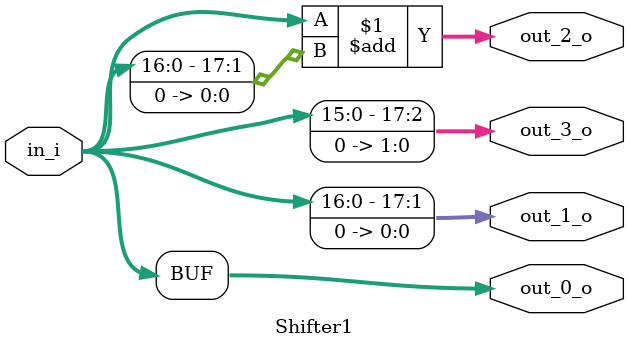
<source format=sv>

`timescale 1 ns/1 ps

module Shifter1 #(
    parameter int SIZE = 18
)(
    input  logic [SIZE-1:0] in_i,
    output logic [SIZE-1:0] out_0_o, out_1_o, out_2_o, out_3_o
);

    // +A
    assign out_0_o = in_i;

    // +2A (left shift by 1)
    assign out_1_o = {in_i[SIZE-2:0], 1'b0};

    // +4A (left shift by 2)
    assign out_3_o = {in_i[SIZE-3:0], 2'b00};

    // +3A = A + 2A
    assign out_2_o = out_0_o + out_1_o;

endmodule

</source>
